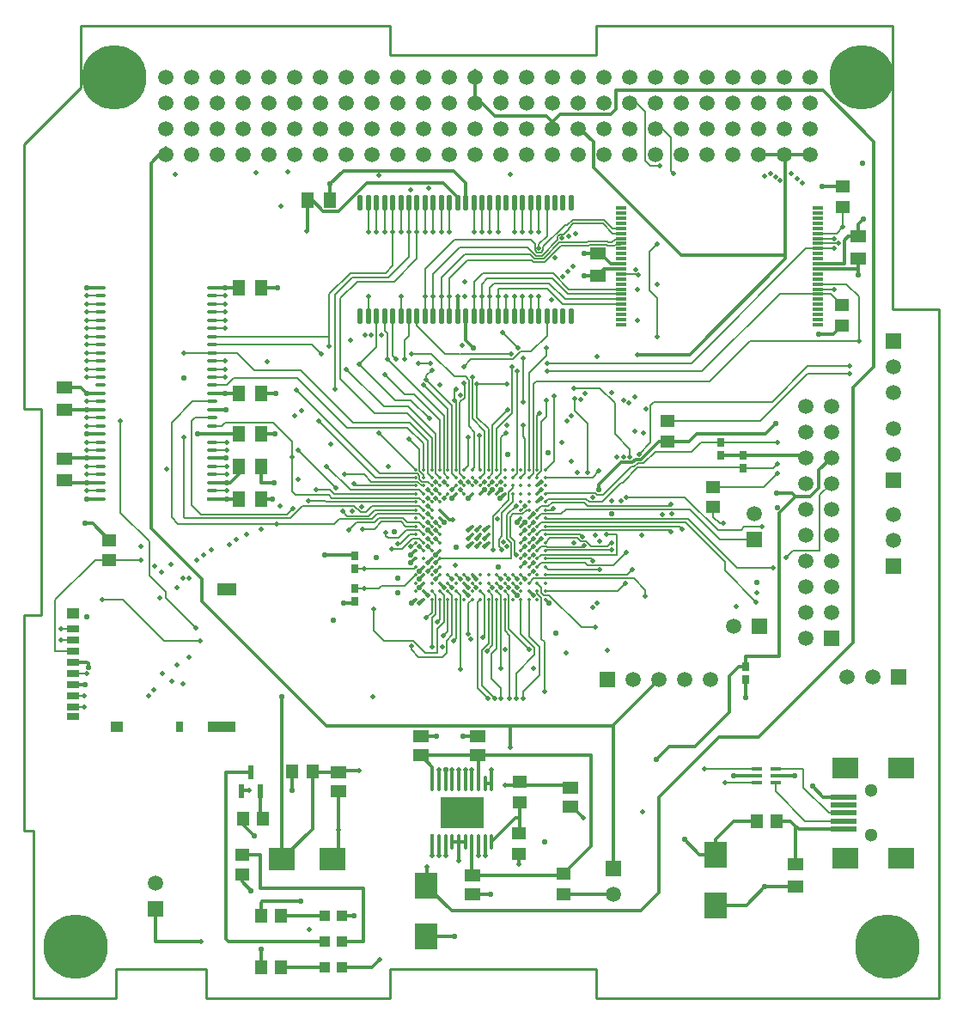
<source format=gtl>
%FSLAX44Y44*%
%MOMM*%
G71*
G01*
G75*
G04 Layer_Physical_Order=1*
G04 Layer_Color=255*
%ADD10R,0.7000X0.9000*%
%ADD11R,1.5000X1.3000*%
%ADD12R,2.2000X2.6000*%
%ADD13R,1.2000X1.5000*%
%ADD14R,1.2000X1.4000*%
%ADD15R,1.4000X1.2000*%
%ADD16R,1.1000X1.0000*%
%ADD17R,2.6000X2.2000*%
%ADD18R,0.3500X1.5500*%
%ADD19O,0.3500X1.5500*%
%ADD20R,4.2000X3.1000*%
%ADD21R,0.6000X1.4000*%
%ADD22O,1.0000X0.4000*%
%ADD23R,1.0000X0.4000*%
%ADD24R,1.9000X1.3000*%
%ADD25R,2.8000X1.0000*%
%ADD26R,0.8000X1.0000*%
%ADD27R,1.2000X1.0000*%
%ADD28R,1.2000X0.7000*%
%ADD29O,0.5500X1.5500*%
%ADD30C,0.3500*%
%ADD31R,1.0000X0.3000*%
%ADD32R,1.0500X0.4000*%
%ADD33R,2.5000X0.5000*%
%ADD34R,2.5000X2.0000*%
%ADD35R,1.5000X1.2000*%
%ADD36C,0.1778*%
%ADD37C,0.3048*%
%ADD38C,0.2540*%
%ADD39R,1.5000X1.5000*%
%ADD40C,1.5000*%
%ADD41R,1.5000X1.5000*%
%ADD42C,6.3500*%
%ADD43C,1.3000*%
%ADD44C,0.5080*%
%ADD45C,0.5588*%
D10*
X316992Y404264D02*
D03*
Y391264D02*
D03*
Y423522D02*
D03*
Y436522D02*
D03*
X701802Y313794D02*
D03*
Y326794D02*
D03*
X699770Y535074D02*
D03*
Y522074D02*
D03*
X677418Y535282D02*
D03*
Y548282D02*
D03*
D11*
X432816Y102260D02*
D03*
Y121260D02*
D03*
X300736Y222860D02*
D03*
Y203860D02*
D03*
X382016Y258420D02*
D03*
Y239420D02*
D03*
X437896Y258420D02*
D03*
Y239420D02*
D03*
X529336Y207620D02*
D03*
Y188620D02*
D03*
D12*
X387096Y61360D02*
D03*
Y111360D02*
D03*
X672338Y141840D02*
D03*
Y91840D02*
D03*
D13*
X270500Y786250D02*
D03*
X292500D02*
D03*
X202614Y556252D02*
D03*
X224614D02*
D03*
X202614Y524000D02*
D03*
X224614D02*
D03*
X202614Y700252D02*
D03*
X224614D02*
D03*
X202614Y596252D02*
D03*
X224614D02*
D03*
X202614Y492252D02*
D03*
X224614D02*
D03*
D14*
X712884Y174498D02*
D03*
X732884D02*
D03*
X224442Y81280D02*
D03*
X244442D02*
D03*
X206662Y177292D02*
D03*
X226662D02*
D03*
X224442Y30988D02*
D03*
X244442D02*
D03*
X275176Y223520D02*
D03*
X255176D02*
D03*
D15*
X796798Y683100D02*
D03*
Y663100D02*
D03*
X625348Y569054D02*
D03*
Y549054D02*
D03*
X478536Y142400D02*
D03*
Y162400D02*
D03*
X479298Y193200D02*
D03*
Y213200D02*
D03*
X205740Y141826D02*
D03*
Y121826D02*
D03*
X670306Y484030D02*
D03*
Y504030D02*
D03*
X797814Y779940D02*
D03*
Y799940D02*
D03*
X522224Y122776D02*
D03*
Y102776D02*
D03*
X74930Y451706D02*
D03*
Y431706D02*
D03*
D16*
X304156Y81280D02*
D03*
X287156D02*
D03*
X304156Y55880D02*
D03*
X287156D02*
D03*
X304156Y30480D02*
D03*
X287156D02*
D03*
D17*
X295256Y137160D02*
D03*
X245256D02*
D03*
D18*
X393406Y154130D02*
D03*
D19*
X399906D02*
D03*
X406406D02*
D03*
X412906D02*
D03*
X419406D02*
D03*
X425906D02*
D03*
X432406D02*
D03*
X438906D02*
D03*
X445406D02*
D03*
X451906D02*
D03*
X393406Y211630D02*
D03*
X399906D02*
D03*
X406406D02*
D03*
X412906D02*
D03*
X419406D02*
D03*
X425906D02*
D03*
X432406D02*
D03*
X438906D02*
D03*
X445406D02*
D03*
X451906D02*
D03*
D20*
X422656Y182880D02*
D03*
D21*
X204876Y203860D02*
D03*
X223876D02*
D03*
X214376Y222860D02*
D03*
D22*
X66422Y700252D02*
D03*
Y692252D02*
D03*
Y684252D02*
D03*
Y676252D02*
D03*
Y668252D02*
D03*
Y660252D02*
D03*
Y652252D02*
D03*
Y644252D02*
D03*
Y636252D02*
D03*
Y628252D02*
D03*
Y620252D02*
D03*
Y612252D02*
D03*
Y604252D02*
D03*
Y596252D02*
D03*
Y588252D02*
D03*
Y580252D02*
D03*
Y572252D02*
D03*
Y564252D02*
D03*
Y556252D02*
D03*
Y548252D02*
D03*
Y540252D02*
D03*
Y532252D02*
D03*
Y524252D02*
D03*
Y516252D02*
D03*
Y508252D02*
D03*
Y500252D02*
D03*
Y492252D02*
D03*
X176022Y700252D02*
D03*
Y692252D02*
D03*
Y684252D02*
D03*
Y676252D02*
D03*
Y668252D02*
D03*
Y660252D02*
D03*
Y652252D02*
D03*
Y644252D02*
D03*
Y636252D02*
D03*
Y628252D02*
D03*
Y620252D02*
D03*
Y612252D02*
D03*
Y604252D02*
D03*
Y596252D02*
D03*
Y588252D02*
D03*
Y580252D02*
D03*
Y572252D02*
D03*
Y564252D02*
D03*
Y556252D02*
D03*
Y548252D02*
D03*
Y540252D02*
D03*
Y532252D02*
D03*
Y524252D02*
D03*
Y516252D02*
D03*
Y508252D02*
D03*
Y500252D02*
D03*
D23*
Y492252D02*
D03*
D24*
X190370Y402982D02*
D03*
D25*
X185870Y267982D02*
D03*
D26*
X144370D02*
D03*
D27*
X39370Y379482D02*
D03*
X82370Y267982D02*
D03*
D28*
X39370Y363982D02*
D03*
Y352982D02*
D03*
Y341982D02*
D03*
Y330982D02*
D03*
Y319982D02*
D03*
Y308982D02*
D03*
Y297982D02*
D03*
Y286982D02*
D03*
Y277482D02*
D03*
D29*
X490212Y784472D02*
D03*
X498212D02*
D03*
X474212D02*
D03*
X482212D02*
D03*
X522212D02*
D03*
X530212D02*
D03*
X506212D02*
D03*
X514212D02*
D03*
X434212D02*
D03*
X442212D02*
D03*
X418212D02*
D03*
X426212D02*
D03*
X458212D02*
D03*
X466212D02*
D03*
X450212D02*
D03*
X530212Y672472D02*
D03*
X514212D02*
D03*
X522212D02*
D03*
X498212D02*
D03*
X506212D02*
D03*
X482212D02*
D03*
X490212D02*
D03*
X442212D02*
D03*
X450212D02*
D03*
X426212D02*
D03*
X434212D02*
D03*
X466212D02*
D03*
X474212D02*
D03*
X458212D02*
D03*
X378212Y784472D02*
D03*
X386212D02*
D03*
X362212D02*
D03*
X370212D02*
D03*
X402212D02*
D03*
X410212D02*
D03*
X394212D02*
D03*
X346212D02*
D03*
X354212D02*
D03*
X330212D02*
D03*
X338212D02*
D03*
X322212D02*
D03*
X410212Y672472D02*
D03*
X418212D02*
D03*
X402212D02*
D03*
X386212D02*
D03*
X394212D02*
D03*
X370212D02*
D03*
X378212D02*
D03*
X354212D02*
D03*
X362212D02*
D03*
X338212D02*
D03*
X346212D02*
D03*
X322212D02*
D03*
X330212D02*
D03*
D30*
X504690Y393200D02*
D03*
X496690D02*
D03*
X488690D02*
D03*
X480690D02*
D03*
X472690D02*
D03*
X464690D02*
D03*
X456690D02*
D03*
X448690D02*
D03*
X440690D02*
D03*
X432690D02*
D03*
X424690D02*
D03*
X416690D02*
D03*
X408690D02*
D03*
X400690D02*
D03*
X392690D02*
D03*
X384690D02*
D03*
X376690D02*
D03*
X504690Y401200D02*
D03*
X496690D02*
D03*
X488690D02*
D03*
X480690D02*
D03*
X472690D02*
D03*
X464690D02*
D03*
X456690D02*
D03*
X448690D02*
D03*
X440690D02*
D03*
X432690D02*
D03*
X424690D02*
D03*
X416690D02*
D03*
X408690D02*
D03*
X400690D02*
D03*
X392690D02*
D03*
X384690D02*
D03*
X376690D02*
D03*
X504690Y409200D02*
D03*
X496690D02*
D03*
X488690D02*
D03*
X480690D02*
D03*
X472690D02*
D03*
X464690D02*
D03*
X456690D02*
D03*
X448690D02*
D03*
X440690D02*
D03*
X432690D02*
D03*
X424690D02*
D03*
X416690D02*
D03*
X408690D02*
D03*
X400690D02*
D03*
X392690D02*
D03*
X384690D02*
D03*
X376690D02*
D03*
X504690Y417200D02*
D03*
X496690D02*
D03*
X488690D02*
D03*
X480690D02*
D03*
X472690D02*
D03*
X464690D02*
D03*
X456690D02*
D03*
X448690D02*
D03*
X440690D02*
D03*
X432690D02*
D03*
X424690D02*
D03*
X416690D02*
D03*
X408690D02*
D03*
X400690D02*
D03*
X392690D02*
D03*
X384690D02*
D03*
X376690D02*
D03*
X504690Y425200D02*
D03*
X496690D02*
D03*
X488690D02*
D03*
X480690D02*
D03*
X400690D02*
D03*
X392690D02*
D03*
X384690D02*
D03*
X376690D02*
D03*
X504690Y433200D02*
D03*
X496690D02*
D03*
X488690D02*
D03*
X480690D02*
D03*
X400690D02*
D03*
X392690D02*
D03*
X384690D02*
D03*
X376690D02*
D03*
X504690Y441200D02*
D03*
X496690D02*
D03*
X488690D02*
D03*
X480690D02*
D03*
X400690D02*
D03*
X392690D02*
D03*
X384690D02*
D03*
X376690D02*
D03*
X504690Y449200D02*
D03*
X496690D02*
D03*
X488690D02*
D03*
X480690D02*
D03*
X448690D02*
D03*
X440690D02*
D03*
X432690D02*
D03*
X400690D02*
D03*
X392690D02*
D03*
X384690D02*
D03*
X376690D02*
D03*
X504690Y457200D02*
D03*
X496690D02*
D03*
X488690D02*
D03*
X480690D02*
D03*
X448690D02*
D03*
X440690D02*
D03*
X432690D02*
D03*
X400690D02*
D03*
X392690D02*
D03*
X384690D02*
D03*
X376690D02*
D03*
X504690Y465200D02*
D03*
X496690D02*
D03*
X488690D02*
D03*
X480690D02*
D03*
X448690D02*
D03*
X440690D02*
D03*
X432690D02*
D03*
X400690D02*
D03*
X392690D02*
D03*
X384690D02*
D03*
X376690D02*
D03*
X504690Y473200D02*
D03*
X496690D02*
D03*
X488690D02*
D03*
X480690D02*
D03*
X400690D02*
D03*
X392690D02*
D03*
X384690D02*
D03*
X376690D02*
D03*
X504690Y481200D02*
D03*
X496690D02*
D03*
X488690D02*
D03*
X480690D02*
D03*
X400690D02*
D03*
X392690D02*
D03*
X384690D02*
D03*
X376690D02*
D03*
X504690Y489200D02*
D03*
X496690D02*
D03*
X488690D02*
D03*
X480690D02*
D03*
X400690D02*
D03*
X392690D02*
D03*
X384690D02*
D03*
X376690D02*
D03*
X504690Y497200D02*
D03*
X496690D02*
D03*
X488690D02*
D03*
X480690D02*
D03*
X472690D02*
D03*
X464690D02*
D03*
X456690D02*
D03*
X448690D02*
D03*
X440690D02*
D03*
X432690D02*
D03*
X424690D02*
D03*
X416690D02*
D03*
X408690D02*
D03*
X400690D02*
D03*
X392690D02*
D03*
X384690D02*
D03*
X376690D02*
D03*
X504690Y505200D02*
D03*
X496690D02*
D03*
X488690D02*
D03*
X480690D02*
D03*
X472690D02*
D03*
X464690D02*
D03*
X456690D02*
D03*
X448690D02*
D03*
X440690D02*
D03*
X432690D02*
D03*
X424690D02*
D03*
X416690D02*
D03*
X408690D02*
D03*
X400690D02*
D03*
X392690D02*
D03*
X384690D02*
D03*
X376690D02*
D03*
X504690Y513200D02*
D03*
X496690D02*
D03*
X488690D02*
D03*
X480690D02*
D03*
X472690D02*
D03*
X464690D02*
D03*
X456690D02*
D03*
X448690D02*
D03*
X440690D02*
D03*
X432690D02*
D03*
X424690D02*
D03*
X416690D02*
D03*
X408690D02*
D03*
X400690D02*
D03*
X392690D02*
D03*
X384690D02*
D03*
X376690D02*
D03*
X504690Y521200D02*
D03*
X496690D02*
D03*
X488690D02*
D03*
X480690D02*
D03*
X472690D02*
D03*
X464690D02*
D03*
X456690D02*
D03*
X448690D02*
D03*
X440690D02*
D03*
X432690D02*
D03*
X424690D02*
D03*
X416690D02*
D03*
X408690D02*
D03*
X400690D02*
D03*
X392690D02*
D03*
X384690D02*
D03*
X376690D02*
D03*
D31*
X773160Y778956D02*
D03*
Y773956D02*
D03*
Y768956D02*
D03*
Y763956D02*
D03*
Y758956D02*
D03*
Y753956D02*
D03*
Y748956D02*
D03*
Y743956D02*
D03*
Y738956D02*
D03*
Y733956D02*
D03*
Y728956D02*
D03*
Y723956D02*
D03*
Y718956D02*
D03*
Y713956D02*
D03*
Y708956D02*
D03*
Y703956D02*
D03*
Y698956D02*
D03*
Y693956D02*
D03*
Y688956D02*
D03*
Y683956D02*
D03*
Y678956D02*
D03*
Y673956D02*
D03*
Y668956D02*
D03*
Y663956D02*
D03*
X579160Y778956D02*
D03*
Y773956D02*
D03*
Y768956D02*
D03*
Y763956D02*
D03*
Y758956D02*
D03*
Y753956D02*
D03*
Y748956D02*
D03*
Y743956D02*
D03*
Y738956D02*
D03*
Y733956D02*
D03*
Y728956D02*
D03*
Y723956D02*
D03*
Y718956D02*
D03*
Y713956D02*
D03*
Y708956D02*
D03*
Y703956D02*
D03*
Y698956D02*
D03*
Y693956D02*
D03*
Y688956D02*
D03*
Y683956D02*
D03*
Y678956D02*
D03*
Y673956D02*
D03*
Y668956D02*
D03*
Y663956D02*
D03*
D32*
X731478Y212806D02*
D03*
Y225806D02*
D03*
Y219306D02*
D03*
X712978D02*
D03*
Y225806D02*
D03*
Y212806D02*
D03*
D33*
X798592Y166624D02*
D03*
Y174624D02*
D03*
Y182624D02*
D03*
Y190624D02*
D03*
Y198624D02*
D03*
D34*
X800592Y138124D02*
D03*
Y227124D02*
D03*
X855592D02*
D03*
Y138124D02*
D03*
D35*
X751586Y132158D02*
D03*
Y110158D02*
D03*
X30734Y532208D02*
D03*
Y510208D02*
D03*
Y580312D02*
D03*
Y602312D02*
D03*
X813308Y751410D02*
D03*
Y729410D02*
D03*
X556260Y712392D02*
D03*
Y734392D02*
D03*
D36*
X591747Y413750D02*
X602996Y402501D01*
X493240Y413750D02*
X591747D01*
X488690Y409200D02*
X493240Y413750D01*
X415166Y599186D02*
X416520Y600540D01*
X391519Y625780D02*
X391592D01*
X391922Y626110D01*
X416520Y600529D02*
Y600540D01*
X424521Y606030D02*
X424928D01*
X424942Y606044D01*
X426323Y612791D02*
X428117Y610997D01*
Y610702D02*
Y610997D01*
Y610702D02*
X429451Y609368D01*
Y563563D02*
Y609368D01*
X346212Y755000D02*
Y784472D01*
X338212Y755000D02*
Y784472D01*
X378212Y755000D02*
Y784472D01*
X370212Y755000D02*
Y784472D01*
X330212Y755000D02*
Y784472D01*
X362212Y755000D02*
Y784472D01*
X354212Y755000D02*
Y784472D01*
X596265Y713326D02*
Y713537D01*
X595846Y713956D02*
X596265Y713537D01*
X522678Y753191D02*
X527509Y758021D01*
X519514Y753191D02*
X522678D01*
X518607Y744809D02*
X545813D01*
X519869Y741761D02*
X547076D01*
X504024Y725915D02*
X519869Y741761D01*
X526246Y762127D02*
X531619Y767500D01*
X524127Y762127D02*
X526246D01*
X502691Y740691D02*
X524127Y762127D01*
X531930Y763500D02*
X561456D01*
X527509Y759079D02*
X531930Y763500D01*
X527509Y758021D02*
Y759079D01*
X437388Y605536D02*
X466852D01*
X504690Y425200D02*
X507488Y422402D01*
X319024Y706374D02*
X355600D01*
X314198Y710438D02*
X350012D01*
X354212Y633594D02*
Y669036D01*
X88011Y393192D02*
X128778Y352425D01*
X164846D01*
X68326Y393192D02*
X88011D01*
X505198Y441708D02*
X570230Y441706D01*
X494030Y338582D02*
Y345440D01*
X475996Y320548D02*
X494030Y338582D01*
X475996Y295910D02*
Y320548D01*
X676656Y468122D02*
X680212D01*
X670306Y474472D02*
X676656Y468122D01*
X325882Y404264D02*
X340764D01*
X316992D02*
X325882D01*
X387350Y374904D02*
X392690Y380244D01*
X340764Y404264D02*
X342900Y406400D01*
X325882Y423522D02*
X375012D01*
X316992D02*
X325882D01*
X375012D02*
X376690Y425200D01*
X644839Y490915D02*
X644906Y490982D01*
X627193Y485267D02*
X628650Y486724D01*
X546354Y485267D02*
X627193D01*
X589349Y524002D02*
X592328D01*
X596011Y527685D01*
X561848Y496501D02*
X589349Y524002D01*
X573278Y556006D02*
X588010Y541274D01*
X573278Y556006D02*
Y586486D01*
X588010Y533908D02*
Y541274D01*
X649074Y538988D02*
X658368Y548282D01*
X612902Y538988D02*
X649074D01*
X601599Y527685D02*
X612902Y538988D01*
X596011Y527685D02*
X601599D01*
X625348Y569054D02*
X716882D01*
X763270Y615442D01*
X611378Y588010D02*
X728218D01*
X608076Y547624D02*
Y584708D01*
X596900Y536448D02*
X608076Y547624D01*
Y584708D02*
X611378Y588010D01*
X697484Y461264D02*
X700786Y464566D01*
X717804D01*
X674624Y461264D02*
X697484D01*
X670306Y474472D02*
Y484030D01*
X627634Y461264D02*
X628650Y460248D01*
X500754Y461264D02*
X627634D01*
X480817Y481200D02*
X484817Y485200D01*
X480690Y481200D02*
X480817D01*
X510918D02*
X512188Y482470D01*
X504690Y481200D02*
X510918D01*
X542671Y488950D02*
X546354Y485267D01*
X507806Y485200D02*
X511556Y488950D01*
X542671D01*
X500690Y485200D02*
X507806D01*
X547878Y489200D02*
X560320D01*
X544826Y492252D02*
X547878Y489200D01*
X507742Y492252D02*
X544826D01*
X504690Y489200D02*
X507742Y492252D01*
X505323Y472567D02*
X645287D01*
X504690Y473200D02*
X505323Y472567D01*
X647446Y482219D02*
X677037Y452628D01*
X525145Y482219D02*
X647446D01*
X677037Y452628D02*
X710438D01*
X693674Y424180D02*
X729234D01*
X786384Y693514D02*
X796798Y683100D01*
X786384Y693514D02*
Y693956D01*
X813816Y647954D02*
Y691746D01*
X706120Y647954D02*
X813816D01*
X666242Y608076D02*
X706120Y647954D01*
X474153Y438977D02*
X475742Y437388D01*
X474153Y438977D02*
Y450335D01*
X470154Y454333D02*
X474153Y450335D01*
X470154Y454333D02*
Y474472D01*
X472973Y477291D01*
X467106Y453071D02*
X471105Y449072D01*
Y433643D02*
Y449072D01*
X467106Y453071D02*
Y476504D01*
X472973Y477291D02*
X482309D01*
X486218Y481200D01*
X488690D01*
Y481200D02*
Y481324D01*
X801606Y703956D02*
X813816Y691746D01*
X772160Y703956D02*
X801606D01*
X772160Y693956D02*
X786384D01*
X735104D02*
X772160D01*
X452628Y565150D02*
X467614Y580136D01*
X452628Y517138D02*
Y565150D01*
X599059Y465201D02*
X636651D01*
X558546Y601218D02*
X573278Y586486D01*
X532638Y601218D02*
X558546D01*
X495300Y608076D02*
X666242D01*
X492760Y605536D02*
X495300Y608076D01*
X496690Y574548D02*
X498722Y576580D01*
X496690Y521200D02*
Y574548D01*
X165100Y476758D02*
X249682D01*
X448690Y350138D02*
Y393200D01*
X441960Y343408D02*
X448690Y350138D01*
X441960Y308610D02*
Y343408D01*
X442976Y355346D02*
X444754Y357124D01*
X467106Y476504D02*
X475996Y485394D01*
X470662Y433200D02*
X471105Y433643D01*
X400690Y433200D02*
X470662D01*
X397896Y371094D02*
X400690Y373888D01*
X588010Y889000D02*
X603250Y873760D01*
X602996Y396748D02*
Y402501D01*
X503682Y302006D02*
Y351212D01*
X500599Y354295D02*
X503682Y351212D01*
X480690Y358780D02*
X494030Y345440D01*
X403860Y357124D02*
X408690Y361954D01*
X404622Y370840D02*
Y397268D01*
X398018Y364236D02*
X404622Y370840D01*
X398018Y340360D02*
Y364236D01*
X461010Y295910D02*
Y305562D01*
X451485Y315087D02*
X461010Y305562D01*
X451485Y315087D02*
Y339810D01*
X456690Y345015D01*
X460756Y325628D02*
Y397134D01*
X504690Y465200D02*
X598804D01*
X447294Y342392D02*
X452628Y347726D01*
Y397262D01*
X565784Y445516D02*
X569468Y449200D01*
X549487Y445516D02*
X565784D01*
X533400Y579374D02*
Y591312D01*
Y579374D02*
X546608Y566166D01*
Y518414D02*
Y566166D01*
X538988Y457200D02*
X541020Y455168D01*
X504690Y457200D02*
X538988D01*
X544534Y450469D02*
X549487Y445516D01*
X468781Y363982D02*
X488847Y343916D01*
X492760Y517270D02*
Y605536D01*
X460756Y552704D02*
X465582Y557530D01*
X464820D02*
X465582D01*
X456690Y561846D02*
X471805Y576961D01*
X456690Y521200D02*
Y561846D01*
X460756Y517266D02*
Y552704D01*
X549526Y433200D02*
X551434Y431292D01*
X504690Y433200D02*
X549526D01*
X500599Y429109D02*
X544068D01*
X546584Y426593D01*
X507488Y422402D02*
X558038D01*
X504690Y417200D02*
X585348D01*
X590550Y422402D01*
X575056Y456946D02*
X575107Y456895D01*
X564642Y456946D02*
X575056D01*
X575107Y437291D02*
Y456895D01*
X500781Y437291D02*
X575107D01*
X496690Y425200D02*
X500599Y429109D01*
X396599Y378460D02*
Y397291D01*
X392690Y380244D02*
Y393200D01*
X480690Y358780D02*
Y393200D01*
X500599Y354295D02*
Y394819D01*
X551180Y513200D02*
X557530Y519550D01*
X613410Y863600D02*
X628650Y848360D01*
X326136Y516252D02*
X333279Y509109D01*
X306578Y516252D02*
X326136D01*
X333279Y509109D02*
X378942D01*
X281010Y569214D02*
X337024Y513200D01*
X280924Y569214D02*
X281010D01*
X512233Y714502D02*
X527779Y698956D01*
X442722Y714502D02*
X512233D01*
X434212Y705992D02*
X442722Y714502D01*
X434212Y691896D02*
Y705992D01*
X442212Y704086D02*
X447548Y709422D01*
X442212Y691896D02*
Y704086D01*
X511330Y709422D02*
X526796Y693956D01*
X447548Y709422D02*
X511330D01*
X378212Y662680D02*
X405384Y635508D01*
X378212Y662680D02*
Y672472D01*
X506626Y617982D02*
X659280D01*
X761816Y738956D02*
X788924D01*
X648970Y626110D02*
X761816Y738956D01*
X506222Y626110D02*
X648970D01*
X471805Y576961D02*
Y622046D01*
X346964Y715010D02*
X354212Y722258D01*
X312420Y715010D02*
X346964D01*
X291846Y694436D02*
X312420Y715010D01*
X297688Y693928D02*
X314198Y710438D01*
X297688Y600202D02*
Y693928D01*
X371125Y567405D02*
X388620Y549910D01*
X315245Y567405D02*
X371125D01*
X263398Y619252D02*
X315245Y567405D01*
X308910Y562550D02*
X368931D01*
X384690Y546791D01*
X260336Y611124D02*
X308910Y562550D01*
X370078Y551434D02*
X380781Y540731D01*
Y519581D02*
Y540731D01*
X302768Y690118D02*
X319024Y706374D01*
X302768Y610362D02*
Y690118D01*
Y610362D02*
X336550Y576580D01*
X368554D01*
X432690Y513200D02*
X436690Y509200D01*
X434848Y523358D02*
Y558166D01*
X432690Y521200D02*
X434848Y523358D01*
X442212Y672472D02*
Y691896D01*
X434212Y672472D02*
Y691896D01*
X410212Y672472D02*
Y691896D01*
X402212Y672472D02*
Y691896D01*
X394212Y672472D02*
Y691896D01*
X338212Y641742D02*
Y672472D01*
X386212D02*
Y691896D01*
X362212Y672472D02*
Y691896D01*
X402212Y755000D02*
Y784472D01*
X394212Y755000D02*
Y784472D01*
X386212Y755000D02*
Y784472D01*
X439420Y522470D02*
X440690Y521200D01*
X439420Y522470D02*
Y554990D01*
X496690Y457200D02*
X500754Y461264D01*
X259207Y599567D02*
X341731Y517043D01*
X52578Y692252D02*
X66422D01*
X52578Y684252D02*
X66422D01*
X52578Y676252D02*
X66422D01*
X52578Y668252D02*
X66422D01*
X52578Y660252D02*
X66422D01*
X52578Y652252D02*
X66422D01*
X52578Y644252D02*
X66422D01*
X52578Y636252D02*
X66422D01*
X255270Y499364D02*
X258318Y496316D01*
X176022Y628252D02*
X188722D01*
X176022Y620252D02*
X188722D01*
X176022Y612252D02*
X188722D01*
X384690Y521200D02*
Y546791D01*
X396781Y517109D02*
Y555973D01*
X176022Y684252D02*
X188722D01*
X176022Y676252D02*
X188722D01*
X176022Y668252D02*
X188722D01*
X176022Y660252D02*
X188722D01*
X176022Y652252D02*
X291572D01*
X176022Y644252D02*
X274974D01*
X388690Y509200D02*
X392690Y505200D01*
X383162Y509200D02*
X388690D01*
X380599Y511763D02*
Y514819D01*
X378309Y517109D02*
X380599Y514819D01*
X375071Y517109D02*
X378309D01*
X375005Y517043D02*
X375071Y517109D01*
X341731Y517043D02*
X375005D01*
X380599Y511763D02*
X383162Y509200D01*
X337446Y513200D02*
X376690D01*
X396690Y501200D02*
X400690Y497200D01*
X388620Y517270D02*
X392690Y513200D01*
X382851Y505200D02*
X384690D01*
X378942Y509109D02*
X382851Y505200D01*
X392690Y521200D02*
Y552444D01*
X396781Y517109D02*
X400690Y513200D01*
X396690Y509200D02*
X400690Y505200D01*
X404781Y517109D02*
X408690Y513200D01*
X404781Y517109D02*
Y574548D01*
X404690Y509200D02*
X408690Y505200D01*
X412781Y517109D02*
X416690Y513200D01*
X416690Y505200D02*
X416690D01*
X424690D02*
X424690D01*
X420690Y509200D02*
X424690Y505200D01*
X424690Y497200D02*
X424690D01*
X420690Y501200D02*
X424690Y497200D01*
X428690Y509200D02*
X432690Y505200D01*
X318014D02*
X376690D01*
X296926Y497200D02*
X376690D01*
X388690Y501200D02*
X392690Y497200D01*
X380622Y493268D02*
X384690Y489200D01*
X392690D02*
Y489200D01*
X388690Y493200D02*
X392690Y489200D01*
X400690Y489200D02*
Y489200D01*
X396690Y493200D02*
X400690Y489200D01*
X380750Y485140D02*
X384690Y481200D01*
X392690D02*
Y481200D01*
X388690Y485200D02*
X392690Y481200D01*
X380624Y477266D02*
X384690Y473200D01*
X380626Y461264D02*
X384690Y457200D01*
X388690Y477200D02*
X392690Y473200D01*
X388690Y469200D02*
X392690Y465200D01*
X400690D02*
Y465200D01*
X396690Y469200D02*
X400690Y465200D01*
Y457200D02*
Y457200D01*
X396690Y461200D02*
X400690Y457200D01*
X504690Y513200D02*
X551180D01*
X496690D02*
Y515672D01*
X500599Y519581D01*
Y567944D01*
X488690Y513200D02*
X492760Y517270D01*
X480690Y513200D02*
X484632Y517142D01*
Y551688D01*
X472690Y513200D02*
X476758Y517268D01*
X456690Y513200D02*
X460756Y517266D01*
X448690Y513200D02*
X452628Y517138D01*
X440690Y513200D02*
X444754Y517264D01*
X480690Y505200D02*
X480690D01*
X464690D02*
X464690D01*
X456690D02*
X456690D01*
X460690Y509200D01*
X448690Y505200D02*
X448690D01*
X452690Y509200D01*
X440690Y505200D02*
X440690D01*
X444690Y509200D01*
X396690Y413200D02*
X400690Y417200D01*
X392690Y401200D02*
X396599Y397291D01*
X400690Y373888D02*
Y393200D01*
Y401200D02*
X404622Y397268D01*
X408690Y361954D02*
Y393200D01*
Y401200D02*
X412750Y397140D01*
X408690Y409200D02*
X412690Y405200D01*
X408690Y417200D02*
X408690D01*
X412690Y413200D01*
X388690Y421200D02*
X392690Y425200D01*
X380754Y453136D02*
X384690Y449200D01*
X388690Y453200D02*
X392690Y449200D01*
X396690Y453200D02*
X400690Y449200D01*
Y433200D02*
Y433200D01*
X396690Y429200D02*
X400690Y433200D01*
X388690Y445200D02*
X392690Y441200D01*
X396690Y421200D02*
X400690Y425200D01*
X416690Y354841D02*
Y393200D01*
Y401200D02*
X420624Y397266D01*
Y324612D02*
Y397266D01*
X416690Y409200D02*
X416690D01*
X416690Y417200D02*
X420690Y413200D01*
X424690Y417200D02*
X424690D01*
X428690Y413200D01*
X432690Y409200D02*
X432690D01*
X436690Y405200D01*
X440690Y401200D02*
X444754Y397136D01*
Y357124D02*
Y397136D01*
X448690Y401200D02*
X452628Y397262D01*
X448690Y409200D02*
X448690D01*
X452690Y405200D01*
X496690Y398728D02*
Y401200D01*
Y398728D02*
X500599Y394819D01*
X480690Y417200D02*
X484690Y413200D01*
X472690Y409200D02*
X472690D01*
X472690Y417200D02*
X472690D01*
X456690Y345015D02*
Y393200D01*
Y417200D02*
X460690Y413200D01*
X456690Y401200D02*
X460756Y397134D01*
X456690Y409200D02*
X456690D01*
X460690Y405200D01*
X464690Y417200D02*
X468690Y413200D01*
X464690Y401200D02*
X468781Y397109D01*
Y363982D02*
Y397109D01*
X464690Y409200D02*
X468690Y405200D01*
X480690Y409200D02*
X480690D01*
X472690D02*
X476690Y405200D01*
X472690Y417200D02*
X476690Y413200D01*
X496690Y481200D02*
X500690Y485200D01*
X480690Y481200D02*
Y481200D01*
X496690Y473200D02*
X500756Y477266D01*
X496690Y465200D02*
X500628Y469138D01*
X488690Y465200D02*
X492690Y469200D01*
X488690Y417200D02*
Y417200D01*
Y425200D02*
X492690Y429200D01*
X480690Y425200D02*
X484690Y429200D01*
X496690Y433200D02*
X500781Y437291D01*
X488690Y433200D02*
X492690Y437200D01*
X480690Y433200D02*
Y433200D01*
X484690Y437200D01*
X496690Y441200D02*
X500690Y445200D01*
X488690Y441200D02*
Y441200D01*
X492690Y445200D01*
X480690Y441200D02*
Y441200D01*
X484690Y445200D01*
X480690Y457200D02*
X484690Y461200D01*
X488690Y457200D02*
Y457200D01*
X492690Y461200D01*
X488690Y449200D02*
X492690Y453200D01*
X480690Y449200D02*
Y449200D01*
X484690Y453200D01*
X52578Y500252D02*
X66422D01*
X52578Y516252D02*
X66422D01*
X52578Y524252D02*
X66422D01*
X52578Y540252D02*
X66422D01*
X52578Y548252D02*
X66422D01*
X52578Y564252D02*
X66422D01*
X52578Y572252D02*
X66422D01*
X380752Y469138D02*
X384690Y465200D01*
X176022Y500252D02*
X190500D01*
X176022Y516252D02*
X190500D01*
X176022Y524252D02*
X190500D01*
X176022Y540252D02*
X190500D01*
X176022Y548252D02*
X190500D01*
X289310Y524252D02*
X312453Y501109D01*
X261360Y540252D02*
X298470Y503193D01*
X52578Y588252D02*
X66422D01*
X52578Y612252D02*
X66422D01*
X52578Y620252D02*
X66422D01*
X52578Y628252D02*
X66422D01*
X278384Y501650D02*
X292476D01*
X296926Y497200D01*
X294386Y493268D02*
X380622D01*
X291338Y496316D02*
X294386Y493268D01*
X258318Y496316D02*
X291338D01*
X159268Y572252D02*
X176022D01*
X155702Y568686D02*
X159268Y572252D01*
X155702Y486156D02*
Y568686D01*
X157214Y588252D02*
X176022D01*
X380781Y519581D02*
X384690Y515672D01*
Y513200D02*
Y515672D01*
X388620Y517270D02*
Y549910D01*
X400690Y521200D02*
Y569976D01*
X308610Y620014D02*
X345372Y583252D01*
X369502D02*
X396781Y555973D01*
X345372Y583252D02*
X369502D01*
X321310Y624840D02*
X356763Y589387D01*
X372257D01*
X390144Y571500D01*
X366075Y595315D02*
X375351D01*
X400690Y569976D01*
X408690Y521200D02*
Y580640D01*
X384810Y604520D02*
X408690Y580640D01*
X412781Y517109D02*
Y584169D01*
X387350Y609600D02*
X412781Y584169D01*
X175140Y564252D02*
X176022D01*
X778256Y698956D02*
X788924Y698956D01*
X778256Y743956D02*
X793242D01*
X778256Y748956D02*
X788924D01*
X476758Y517268D02*
Y617982D01*
X437388Y572388D02*
X448690Y561086D01*
Y521200D02*
Y561086D01*
X39370Y319982D02*
X52578D01*
X429451Y563563D02*
X434848Y558166D01*
X444754Y517264D02*
Y559308D01*
X432816Y571246D02*
X444754Y559308D01*
X432816Y571246D02*
Y612648D01*
X340614Y557276D02*
X376690Y521200D01*
X368554Y576580D02*
X392690Y552444D01*
X498212Y672472D02*
Y691896D01*
X482212Y672472D02*
Y691896D01*
X474212Y672472D02*
Y691896D01*
X466212Y672472D02*
Y691896D01*
X410212Y755000D02*
Y784472D01*
X442212Y755000D02*
Y784472D01*
X458212Y755000D02*
Y784472D01*
X474212Y755000D02*
Y784472D01*
X482212Y754750D02*
Y784472D01*
X490212Y755000D02*
Y784472D01*
X498212Y755000D02*
Y784472D01*
X506212Y652770D02*
Y672472D01*
X365760Y648716D02*
X370212Y653168D01*
Y672472D01*
X346710Y614680D02*
X366075Y595315D01*
X387350Y609600D02*
Y613918D01*
X392805Y619373D01*
X321310Y624840D02*
X338212Y641742D01*
X437388Y572388D02*
Y605536D01*
X354212Y633594D02*
X357378Y630428D01*
X420599Y517291D02*
X424690Y513200D01*
X482600Y587502D02*
Y631190D01*
X659280Y617982D02*
X735104Y693806D01*
Y693956D01*
X420878Y635508D02*
X470916D01*
X372364Y635254D02*
X392430D01*
X414893Y612791D01*
X426323D01*
X405384Y635508D02*
X420370D01*
X504690Y521200D02*
X513080Y529590D01*
Y593344D01*
X490857Y637415D02*
X506212Y652770D01*
X480189Y637415D02*
X490857D01*
X488690Y521200D02*
Y616452D01*
X462788Y656336D02*
X478028Y641096D01*
X505714Y633547D02*
Y641096D01*
X488690Y616452D02*
X505749Y633511D01*
X580160Y713956D02*
X595846D01*
X379222Y626110D02*
X391922D01*
X149606Y473456D02*
X252984D01*
X265176Y485648D01*
X255270Y499364D02*
Y533400D01*
X508616Y704342D02*
X524002Y688956D01*
X454152Y704342D02*
X508616D01*
X450212Y672472D02*
Y691896D01*
Y700402D02*
X454152Y704342D01*
X450212Y691896D02*
Y700402D01*
X249682Y476758D02*
X255778Y482854D01*
X155702Y486156D02*
X165100Y476758D01*
X506730Y699262D02*
X522036Y683956D01*
X458212Y699262D02*
X506730D01*
X458212Y691896D02*
Y699262D01*
Y672472D02*
Y691896D01*
X142494Y467868D02*
X239522D01*
X176022Y692252D02*
X188722D01*
X291846Y642589D02*
Y694436D01*
X274974Y644252D02*
X283972Y635254D01*
X410212Y691896D02*
Y709548D01*
X427864Y727200D01*
X402212Y691896D02*
Y710184D01*
X425456Y733428D01*
X394212Y691896D02*
Y714248D01*
X420124Y740160D01*
X386212Y691896D02*
Y718820D01*
X414782Y747390D01*
X482600Y553720D02*
X484632Y551688D01*
X482600Y553720D02*
Y564642D01*
X500599Y567944D02*
X505968Y573313D01*
X504690Y401200D02*
X575952D01*
X583692Y408940D01*
X496690Y409200D02*
X500781Y405109D01*
Y399581D02*
Y405109D01*
Y399581D02*
X503071Y397291D01*
X508599D01*
X540130Y365760D01*
X85852Y478432D02*
Y568960D01*
X130810Y394716D02*
X160528Y364998D01*
X407289Y352552D02*
X412750Y358013D01*
Y397140D01*
X392938Y346710D02*
Y374799D01*
X396599Y378460D01*
X407289Y340741D02*
Y352552D01*
X403098Y336550D02*
X407289Y340741D01*
X379730Y336550D02*
X403098D01*
X372618Y343662D02*
X379730Y336550D01*
X372618Y343662D02*
Y347218D01*
X386588Y340360D02*
X398018D01*
X414274Y352425D02*
X416690Y354841D01*
X136398Y473964D02*
X142494Y467868D01*
X136398Y473964D02*
Y567436D01*
X157214Y588252D01*
X499103Y318255D02*
Y346209D01*
X488690Y356622D02*
Y393200D01*
Y356622D02*
X499103Y346209D01*
X540130Y365760D02*
X553720D01*
X255270Y533400D02*
Y548894D01*
X424053Y622681D02*
X431419Y630047D01*
X472821D02*
X480189Y637415D01*
X431419Y630047D02*
X472821D01*
X416690Y521200D02*
Y588010D01*
X415166Y589534D02*
X416690Y588010D01*
X415166Y589534D02*
Y599186D01*
X505968Y573313D02*
Y589788D01*
X614934Y651764D02*
Y690118D01*
X607568Y697484D02*
X614934Y690118D01*
X607568Y697484D02*
Y735838D01*
X614934Y743204D01*
X636651Y465201D02*
X639572Y462280D01*
X509134Y453644D02*
X536067D01*
X504690Y449200D02*
X509134Y453644D01*
X539242Y450469D02*
X544534D01*
X536067Y453644D02*
X539242Y450469D01*
X506537Y444881D02*
X541401D01*
X542798Y446278D01*
X500690Y445200D02*
X506218D01*
X506537Y444881D01*
X628650Y815086D02*
Y848360D01*
Y815086D02*
X630936Y812800D01*
X731478Y225806D02*
X759204D01*
X681736Y212806D02*
X712978D01*
X681736Y225806D02*
X712978D01*
X472690Y489200D02*
Y497200D01*
X461772Y455507D02*
Y478282D01*
X472690Y489200D01*
Y502728D02*
Y505200D01*
X468781Y498819D02*
X472690Y502728D01*
X468781Y490879D02*
Y498819D01*
X452882Y474980D02*
X468781Y490879D01*
X458851Y445135D02*
X462026Y441960D01*
X458851Y452586D02*
X461772Y455507D01*
X458851Y445135D02*
Y452586D01*
X452882Y441960D02*
Y474980D01*
X661162Y225806D02*
X681736D01*
X288548Y489200D02*
X376690D01*
X287528Y490220D02*
X288548Y489200D01*
X271018Y490220D02*
X287528D01*
X311150Y461518D02*
X318770Y469138D01*
X338836Y477266D02*
X380624D01*
X336166Y481200D02*
X376690D01*
X305054Y480060D02*
X309626Y475488D01*
X316230Y485648D02*
X322834Y479044D01*
X265176Y485648D02*
X316230D01*
X333756Y485140D02*
X380750D01*
X500756Y477266D02*
X520192D01*
X428498Y525008D02*
Y552958D01*
X424690Y521200D02*
X428498Y525008D01*
X412690Y501200D02*
X416690Y505200D01*
Y505200D01*
X490212Y672472D02*
Y691896D01*
X404690Y493200D02*
X408690Y497200D01*
Y497200D01*
X522036Y683956D02*
X580160D01*
X527779Y698956D02*
X580160D01*
X526796Y693956D02*
X580160D01*
X346212Y658368D02*
Y672472D01*
Y658368D02*
X349250Y655330D01*
Y630079D02*
X404781Y574548D01*
X349250Y630079D02*
Y655330D01*
X524002Y688956D02*
X580160D01*
X365760Y629666D02*
Y648716D01*
X380781Y501109D02*
X384690Y497200D01*
X312453Y501109D02*
X380781D01*
X429006Y359156D02*
Y389516D01*
X432690Y393200D01*
X482854Y295910D02*
Y302006D01*
X499103Y318255D01*
X469519Y295910D02*
Y357375D01*
X464690Y362204D02*
Y393200D01*
Y362204D02*
X469519Y357375D01*
X500628Y469138D02*
X642874D01*
X681482Y430530D01*
Y421386D02*
Y430530D01*
Y421386D02*
X712216Y390652D01*
X645287Y472567D02*
X693674Y424180D01*
X742188Y434340D02*
X749046Y441198D01*
X774700D01*
X775208Y441706D01*
Y496062D01*
X786384Y507238D01*
X763270Y615442D02*
X804418D01*
X505457Y497967D02*
X554118D01*
X555584Y496501D01*
X520192Y477266D02*
X525145Y482219D01*
X555584Y496501D02*
X561848D01*
X560320Y489200D02*
X579374Y508254D01*
X580891D01*
X698604Y523240D02*
X699770Y522074D01*
X580891Y508254D02*
X595877Y523240D01*
X698604D01*
X677418Y548282D02*
X733552D01*
X784100Y182624D02*
X799592D01*
X759204Y207520D02*
X784100Y182624D01*
X759204Y207520D02*
Y225806D01*
X658368Y548282D02*
X677418D01*
X176022Y564252D02*
X185792D01*
X189230Y567690D01*
X236474D01*
X255270Y548894D01*
X200678Y636252D02*
X217678Y619252D01*
X263398D01*
X148818Y636252D02*
X200678D01*
X176022Y604252D02*
X190740D01*
X197612Y611124D01*
X260336D01*
X330212Y672472D02*
Y691896D01*
X322834Y479044D02*
X327660D01*
X333756Y485140D01*
X330454Y475488D02*
X336166Y481200D01*
X309626Y475488D02*
X330454D01*
X301244Y472440D02*
X334010D01*
X338836Y477266D01*
X340360Y473456D02*
X364490D01*
X336042Y469138D02*
X340360Y473456D01*
X318770Y469138D02*
X336042D01*
X368808D02*
X380752D01*
X364490Y473456D02*
X368808Y469138D01*
X343154Y469646D02*
X362330D01*
X324104Y462788D02*
X336296D01*
X343154Y469646D01*
X366776Y465200D02*
X376690D01*
X362330Y469646D02*
X366776Y465200D01*
X380690Y445200D02*
X384690Y441200D01*
X380628Y445262D02*
X380690Y445200D01*
X363474Y442976D02*
X373634Y453136D01*
X380754D01*
X370840Y457200D02*
X376690D01*
X368046Y461264D02*
X380626D01*
X365890Y406400D02*
X376690Y417200D01*
X342900Y406400D02*
X365890D01*
X335534Y362712D02*
Y383286D01*
Y362712D02*
X345948Y352298D01*
X374650D01*
X386588Y340360D01*
X372182Y445200D02*
X372690D01*
X376690Y449200D01*
X353568Y442976D02*
X363474D01*
X359410Y448310D02*
X361950D01*
X370840Y457200D01*
X360426Y453644D02*
X368046Y461264D01*
X349504Y453644D02*
X360426D01*
X347726Y455422D02*
X349504Y453644D01*
X347726Y455422D02*
Y459232D01*
X27432Y363982D02*
X39370D01*
X27432Y352982D02*
X39370D01*
X39370Y352982D01*
X21746Y341982D02*
X39370D01*
X21746D02*
Y392586D01*
X60866Y431706D01*
X74930D01*
X85852Y478432D02*
X114173Y450111D01*
Y417068D02*
Y450111D01*
X75024Y431800D02*
X105918D01*
X74930Y431706D02*
X75024Y431800D01*
X39370Y297982D02*
X50292D01*
X39370Y297982D02*
X39370Y297982D01*
X39370Y286982D02*
X50292D01*
X39370Y286982D02*
X39370Y286982D01*
X760604Y174624D02*
X799592D01*
X731478Y203750D02*
X760604Y174624D01*
X731478Y203750D02*
Y212806D01*
X584516Y494092D02*
X641662D01*
X644839Y490915D01*
X644906Y490982D02*
X674624Y461264D01*
X239522Y467868D02*
X296672D01*
X301244Y472440D01*
X315722Y507492D02*
X318014Y505200D01*
X728218Y588010D02*
X763270Y623062D01*
X804418D01*
X504690Y497200D02*
X505457Y497967D01*
X546584Y426593D02*
X571627D01*
X584200Y439166D01*
X719930Y504030D02*
X733552Y517652D01*
X670306Y504030D02*
X719930D01*
X699770Y522074D02*
X729234D01*
X733552Y526392D01*
X148818Y474244D02*
X149606Y473456D01*
X148818Y474244D02*
Y552958D01*
X488690Y417200D02*
X492690Y421200D01*
X114173Y417068D02*
X130810Y400431D01*
Y394716D02*
Y400431D01*
X437642Y306070D02*
Y390152D01*
X440690Y393200D01*
X437642Y306070D02*
X447802Y295910D01*
X441960Y308610D02*
X454660Y295910D01*
X420599Y517291D02*
Y587477D01*
X424942Y591820D01*
Y606044D01*
X772160Y753956D02*
X791718D01*
X797814Y760052D01*
Y779940D01*
X603250Y825750D02*
Y873760D01*
Y825750D02*
X608326Y820674D01*
X617728D01*
X572412Y741761D02*
X573266Y742615D01*
X578819D01*
X580160Y743956D01*
X565444Y741761D02*
X572412D01*
X573266Y747615D02*
X578819D01*
X580160Y748956D01*
X570460Y744809D02*
X573266Y747615D01*
X547076Y741761D02*
X547866Y742551D01*
X564654D01*
X565444Y741761D01*
X545813Y744809D02*
X546603Y745599D01*
X565917D01*
X566707Y744809D01*
X570460D01*
X571000Y753956D02*
X580160D01*
X561456Y763500D02*
X571000Y753956D01*
X531619Y767500D02*
X562250D01*
X570794Y758956D01*
X580160D01*
X494309Y737514D02*
X496764Y735059D01*
X425456Y733428D02*
X489774D01*
X494239Y728963D01*
X427864Y727200D02*
X491692D01*
X492976Y725915D01*
X496764Y735059D02*
X500236D01*
X495502Y732011D02*
X501498D01*
X420124Y740160D02*
X487352D01*
X495502Y732011D01*
X414782Y747390D02*
X490191D01*
X494309Y743272D01*
Y737514D02*
Y743272D01*
X494239Y728963D02*
X502761D01*
X492976Y725915D02*
X504024D01*
X502761Y728963D02*
X518607Y744809D01*
X501498Y732011D02*
X517059Y747572D01*
Y750736D01*
X519514Y753191D01*
X500236Y735059D02*
X502691Y737514D01*
Y740691D01*
X506212Y751212D02*
Y784472D01*
X498500Y743500D02*
X506212Y751212D01*
X498500Y739250D02*
Y743500D01*
X355600Y706374D02*
X378212Y728986D01*
X350012Y710438D02*
X370212Y730638D01*
Y755000D01*
X378212Y728986D02*
Y755000D01*
X354212Y722258D02*
Y755000D01*
X450212D02*
Y784472D01*
X434212Y755000D02*
Y784472D01*
D37*
X741426Y732536D02*
Y831880D01*
X765810D01*
X740410D02*
X741426D01*
X715010D02*
X740410D01*
X403909Y803615D02*
X418212Y789312D01*
Y784472D02*
Y789312D01*
X328515Y803615D02*
X403909D01*
X300856Y775956D02*
X328515Y803615D01*
X285343Y775956D02*
X300856D01*
X275049Y786250D02*
X285343Y775956D01*
X270500Y786250D02*
X275049D01*
X270500Y757250D02*
Y786250D01*
X426212Y784472D02*
Y803788D01*
X414174Y815826D02*
X426212Y803788D01*
X305576Y815826D02*
X414174D01*
X292750Y803000D02*
X305576Y815826D01*
X292750Y786500D02*
Y803000D01*
X520708Y121260D02*
X522224Y122776D01*
X432816Y121260D02*
X520708D01*
X747776Y497840D02*
X751332Y494284D01*
X732282Y497840D02*
X747776D01*
X275176Y222860D02*
X300736D01*
X626364Y248412D02*
X652018D01*
X613664Y235712D02*
X626364Y248412D01*
X686054Y282448D02*
Y317500D01*
X652018Y248412D02*
X686054Y282448D01*
X464924Y209700D02*
X527256D01*
X616585Y198247D02*
X676148Y257810D01*
X616585Y104267D02*
Y198247D01*
X676148Y257810D02*
X715010D01*
X695348Y326794D02*
X701802D01*
X686054Y317500D02*
X695348Y326794D01*
X316232Y437282D02*
X316992Y436522D01*
X287676Y437282D02*
X316232D01*
X315258Y389530D02*
X316992Y391264D01*
X306176Y389530D02*
X315258D01*
X448690Y497200D02*
X452690Y501200D01*
X452690D01*
X406406Y225298D02*
X406406Y225298D01*
X406406Y211630D02*
Y225298D01*
X590550Y528066D02*
X593852Y531368D01*
X579120Y528066D02*
X590550D01*
X557530Y506476D02*
X579120Y528066D01*
X625348Y549054D02*
X646590D01*
X653796Y556260D01*
X616331Y549054D02*
X625348D01*
X598645Y531368D02*
X616331Y549054D01*
X54102Y326390D02*
Y329966D01*
X53086Y330982D02*
X54102Y329966D01*
X735330Y478282D02*
X751332Y494284D01*
X765556D01*
X777842Y799940D02*
X797814D01*
X773684Y654812D02*
X788510D01*
X796798Y663100D01*
X715010Y257810D02*
X807657Y350457D01*
X555140Y102616D02*
X571500D01*
X469750Y247246D02*
Y268328D01*
X120396Y56100D02*
Y88392D01*
X799592Y723956D02*
Y747268D01*
X778256Y723956D02*
X799592D01*
Y747268D02*
X803044Y750720D01*
X809752D01*
X419406Y135636D02*
Y154130D01*
X406406Y140462D02*
Y154130D01*
X445406Y211630D02*
X451906D01*
X451906Y211630D02*
Y225298D01*
X245256Y137160D02*
Y297434D01*
X504690Y393200D02*
X508381Y389509D01*
X380690Y389200D02*
X384690Y393200D01*
X384690D01*
X476690Y469200D02*
X480690Y473200D01*
X496690Y449200D02*
Y449200D01*
X432690Y417194D02*
Y417200D01*
X549760Y150312D02*
Y239420D01*
X437896D02*
X549760D01*
X438906Y154130D02*
X438912Y140462D01*
X419406Y154130D02*
X425906D01*
X412906D02*
X419406D01*
X387096Y61360D02*
X414928D01*
X432816Y102260D02*
X450444D01*
X304156Y81280D02*
X316230D01*
X387604Y111868D02*
Y129286D01*
X204876Y203860D02*
X205740Y204724D01*
X213106D01*
X479298Y177546D02*
Y196700D01*
Y159662D02*
Y177546D01*
X475322D02*
X479298D01*
X451906Y154130D02*
X475322Y177546D01*
X419406Y211630D02*
Y225298D01*
X325526Y55880D02*
Y108306D01*
X304156Y55880D02*
X325526D01*
X223876Y108306D02*
X325526D01*
X302562Y224686D02*
X321056D01*
X399906Y140462D02*
Y154130D01*
Y211630D02*
Y225298D01*
X432406Y211630D02*
Y225298D01*
X382016Y239420D02*
X437896D01*
X382016D02*
X393406Y228030D01*
Y211630D02*
Y228030D01*
X438906Y211630D02*
Y238410D01*
X432406Y126750D02*
Y154130D01*
X244442Y81280D02*
X287156D01*
X244442Y30480D02*
X287156D01*
X425906Y211630D02*
Y225298D01*
X412906Y211630D02*
Y225298D01*
X393406Y140462D02*
Y154130D01*
X423774Y258420D02*
X437896D01*
X445406Y140462D02*
Y154130D01*
X224614Y508252D02*
X237490D01*
X224614Y556252D02*
X237744D01*
X176022Y532252D02*
X189992D01*
X176022Y580252D02*
X189992D01*
X52578Y700252D02*
X66422D01*
X52578Y596252D02*
X66422D01*
X52578Y556252D02*
X66422D01*
X52578Y508252D02*
X66422D01*
X52578Y492252D02*
X66422D01*
X39370Y330982D02*
X53086D01*
X496690Y505200D02*
Y505200D01*
X400690Y441076D02*
Y441200D01*
X480690Y465200D02*
Y465200D01*
X456690Y497200D02*
X456690D01*
X428690Y493200D02*
X432690Y497200D01*
X392690Y433200D02*
Y433200D01*
X416690Y497200D02*
Y497200D01*
X412690Y493200D02*
X416690Y497200D01*
X388690Y461200D02*
X392690Y457200D01*
X456690Y497200D02*
X460690Y501200D01*
X440690Y497200D02*
X440690D01*
X444690Y501200D01*
X384690Y401200D02*
X388690Y397200D01*
X380690Y421200D02*
X384690Y425200D01*
X400690Y409200D02*
X400690D01*
X404690Y405200D01*
X388690Y429200D02*
X392690Y433200D01*
X400690Y441200D02*
Y441200D01*
X396690Y437200D02*
X400690Y441200D01*
X380690Y405200D02*
X384690Y409200D01*
Y417200D02*
Y417200D01*
X380690Y413200D02*
X384690Y417200D01*
X372690Y389200D02*
X376690Y393200D01*
X424690Y401200D02*
X424690D01*
X428690Y397200D01*
X424690Y409200D02*
X424690D01*
X428690Y405200D01*
X432690Y417200D02*
X436690Y413200D01*
X488690Y401200D02*
X492690Y397200D01*
X472690Y401200D02*
X472690D01*
X476690Y397200D01*
X496690Y505200D02*
X500690Y509200D01*
X496690Y497200D02*
Y497200D01*
X500690Y501200D01*
X496690Y489200D02*
X500690Y493200D01*
X488690Y473200D02*
X492690Y477200D01*
X480690Y465200D02*
X484690Y469200D01*
X496690Y449200D02*
X500690Y453200D01*
X39370Y308982D02*
X50800D01*
X295256Y137160D02*
X300885Y142483D01*
X418212Y672472D02*
Y691896D01*
X300736Y142640D02*
Y166220D01*
Y203860D01*
X116078Y823468D02*
X130810Y838200D01*
X116078Y463042D02*
Y823468D01*
Y463042D02*
X165989Y413131D01*
Y391541D02*
Y413131D01*
Y391541D02*
X289052Y268478D01*
X387096Y111360D02*
X412350Y86106D01*
X435610Y889000D02*
Y914400D01*
X807657Y350457D02*
Y601789D01*
X531216Y188620D02*
X542290Y177546D01*
X529336Y188620D02*
X531216D01*
X304156Y30480D02*
X334010D01*
X341630Y38100D01*
X569562Y723956D02*
X580160D01*
X558038Y732432D02*
X558038Y732432D01*
X561086D01*
X569562Y723956D01*
X595846Y634238D02*
X646684D01*
X751586Y132158D02*
Y169418D01*
X746252Y174752D02*
X751586Y169418D01*
X672338Y156718D02*
X690372Y174752D01*
X672338Y141840D02*
Y156718D01*
X731478Y219306D02*
X750466D01*
X690522D02*
X712978D01*
X432690Y465200D02*
Y465200D01*
X428754Y461264D02*
X432690Y465200D01*
X436882Y461264D02*
Y461392D01*
X440690Y465200D01*
X444754Y461264D02*
X448690Y465200D01*
X428754Y453136D02*
Y453264D01*
X432690Y457200D01*
X428754Y445264D02*
Y445264D01*
X432690Y449200D01*
X436882Y453136D02*
Y453392D01*
X440690Y457200D01*
X436882Y445264D02*
Y445392D01*
X440690Y449200D01*
X444754Y453264D02*
X448690Y457200D01*
X444754Y445264D02*
X448690Y449200D01*
X641604Y156718D02*
X656482Y141840D01*
X672338D01*
X400690Y473200D02*
X404690Y469200D01*
X404690D01*
X400690Y481200D02*
X410278Y471612D01*
X413834D01*
X459928Y492438D02*
X464690Y497200D01*
X741426Y728980D02*
Y732536D01*
X646684Y634238D02*
X741426Y728980D01*
X765556Y494284D02*
X774446Y503174D01*
Y520700D01*
X786384Y532638D01*
X735330Y337058D02*
Y478282D01*
X120616Y55880D02*
X165608D01*
X120396Y56100D02*
X120616Y55880D01*
X598424Y86106D02*
X616585Y104267D01*
X412350Y86106D02*
X598424D01*
X557530Y501200D02*
Y506476D01*
X593852Y531368D02*
X598645D01*
X677418Y535282D02*
X698800D01*
X699770Y535074D02*
X758548D01*
X760984Y532638D01*
X189586Y222860D02*
X214376D01*
X189586Y58572D02*
Y222860D01*
X192278Y55880D02*
X287156D01*
X223876Y181404D02*
Y203860D01*
Y181404D02*
X223924Y181356D01*
X701802Y296164D02*
Y313794D01*
X522224Y102776D02*
X554980D01*
X522224Y122776D02*
X549760Y150312D01*
X478536Y132588D02*
Y142400D01*
Y145900D01*
X224442Y81280D02*
Y94394D01*
X225552Y95504D01*
X263144D01*
X189586Y58572D02*
X192278Y55880D01*
X206662Y171036D02*
Y177292D01*
Y171036D02*
X217424Y160274D01*
X224442Y30988D02*
Y48674D01*
X224536Y48768D01*
X255176Y204630D02*
Y223520D01*
X245256Y137160D02*
X275176Y167080D01*
Y222860D01*
Y223520D01*
X205740Y141826D02*
X223782D01*
X223876Y108306D02*
Y141826D01*
X205740Y115062D02*
Y121826D01*
Y115062D02*
X214630Y106172D01*
X754380Y166624D02*
X799592D01*
X751586Y169418D02*
X754380Y166624D01*
X729892Y174752D02*
X746252D01*
X778514Y198624D02*
X799592D01*
X768096Y209042D02*
X778514Y198624D01*
X720930Y110158D02*
X751586D01*
X702612Y91840D02*
X720930Y110158D01*
X672338Y91840D02*
X702612D01*
X33452Y508252D02*
X52578D01*
X31496Y510208D02*
X33452Y508252D01*
X30734Y602312D02*
X46518D01*
X52578Y596252D01*
X224614D02*
X239014D01*
X194308Y508252D02*
X202614Y516558D01*
Y524000D01*
X224614Y508252D02*
Y524000D01*
Y492252D02*
X235204D01*
X828548Y622679D02*
Y844550D01*
X807657Y601789D02*
X828548Y622679D01*
X772160Y718956D02*
X813190D01*
X813308Y713232D02*
Y729410D01*
Y751410D02*
Y763016D01*
X818134Y767842D01*
X562824Y718956D02*
X580160D01*
X556260Y712392D02*
X562824Y718956D01*
X542544Y734392D02*
X556260D01*
X542544Y712392D02*
X556260D01*
X426212Y648970D02*
Y672472D01*
Y648970D02*
X433832Y641350D01*
X376182Y441200D02*
X376690D01*
X372182Y437200D02*
X376182Y441200D01*
X372690Y429454D02*
X372944D01*
X701802Y326794D02*
Y337058D01*
X735330D01*
X58514Y468122D02*
X74930Y451706D01*
X51054Y468122D02*
X58514D01*
X31496Y532252D02*
X52578D01*
X66422D01*
X176022Y508252D02*
X194308D01*
X30794Y580252D02*
X52578D01*
X66422D01*
X176022Y492252D02*
X190500D01*
X200002D01*
X161798Y556252D02*
X202614D01*
X176022Y596252D02*
X188722D01*
X202614D01*
X176022Y700252D02*
X188722D01*
X200002D01*
X289052Y268478D02*
X570484D01*
X690372Y174752D02*
X716892D01*
X571500Y128016D02*
Y269494D01*
X616458Y314452D01*
X653796Y556260D02*
X721868D01*
X731774Y566166D01*
X372182Y429454D02*
X375928Y433200D01*
X376690D01*
X382016Y258420D02*
X397256D01*
X224614Y700252D02*
X240284D01*
X574548Y895000D02*
X778098D01*
X828548Y844550D01*
X511810Y863600D02*
X519210Y871000D01*
X569000D01*
X574548Y876548D01*
Y895000D01*
X435610Y889000D02*
X454610Y870000D01*
X505410D01*
X511810Y863600D01*
X537210Y858790D02*
X552062Y843938D01*
Y818938D02*
Y843938D01*
Y818938D02*
X638464Y732536D01*
X741426D01*
X418212Y784472D02*
X418600Y784860D01*
D38*
X0Y0D02*
X81280D01*
Y29210D01*
X170180D01*
Y0D02*
Y29210D01*
Y0D02*
X351790D01*
Y29210D01*
X554990D01*
Y0D02*
Y29210D01*
Y0D02*
X892810D01*
Y679450D01*
X847090D02*
X892810D01*
X847090D02*
Y958850D01*
X554990D02*
X847090D01*
X554990Y929640D02*
Y958850D01*
X351790Y929640D02*
X554990D01*
X351790D02*
Y958850D01*
X46990D02*
X351790D01*
X0Y0D02*
Y165100D01*
X-8890D02*
X0D01*
X-8890D02*
Y377825D01*
X7620D01*
Y581025D01*
X-8890D02*
X7620D01*
X-8890D02*
Y825500D01*
X46990Y897890D02*
Y958850D01*
X-8890Y825500D02*
Y842010D01*
X46990Y897890D01*
D39*
X847598Y510540D02*
D03*
X786384Y354838D02*
D03*
X710438Y452628D02*
D03*
X847598Y425958D02*
D03*
X571500Y128016D02*
D03*
X120396Y88392D02*
D03*
X847598Y647954D02*
D03*
D40*
Y535940D02*
D03*
Y561340D02*
D03*
X760984Y583438D02*
D03*
X786384D02*
D03*
X760984Y558038D02*
D03*
X786384D02*
D03*
X760984Y532638D02*
D03*
X786384D02*
D03*
X760984Y507238D02*
D03*
X786384D02*
D03*
X760984Y481838D02*
D03*
X786384D02*
D03*
X760984Y456438D02*
D03*
X786384D02*
D03*
X760984Y431038D02*
D03*
X786384D02*
D03*
X760984Y405638D02*
D03*
X786384D02*
D03*
X760984Y380238D02*
D03*
X786384D02*
D03*
X760984Y354838D02*
D03*
X710438Y478028D02*
D03*
X827278Y316992D02*
D03*
X801878D02*
D03*
X847598Y451358D02*
D03*
Y476758D02*
D03*
X571500Y102616D02*
D03*
X120396Y113792D02*
D03*
X667258Y314452D02*
D03*
X641858D02*
D03*
X616458D02*
D03*
X591058D02*
D03*
X847598Y597154D02*
D03*
Y622554D02*
D03*
X690372Y367030D02*
D03*
X130810Y857280D02*
D03*
Y831880D02*
D03*
X156210D02*
D03*
X181610D02*
D03*
X207010D02*
D03*
X232410D02*
D03*
X257810D02*
D03*
X283210D02*
D03*
X308610D02*
D03*
X334010D02*
D03*
X359410D02*
D03*
X384810D02*
D03*
X410210D02*
D03*
X435610D02*
D03*
X461010D02*
D03*
X486410D02*
D03*
X511810D02*
D03*
X537210D02*
D03*
X562610D02*
D03*
X588010D02*
D03*
X613410D02*
D03*
X638810D02*
D03*
X664210D02*
D03*
X689610D02*
D03*
X715010D02*
D03*
X740410D02*
D03*
X765810D02*
D03*
X156210Y857280D02*
D03*
X181610D02*
D03*
X207010D02*
D03*
X232410D02*
D03*
X257810D02*
D03*
X283210D02*
D03*
X308610D02*
D03*
X334010D02*
D03*
X359410D02*
D03*
X384810D02*
D03*
X410210D02*
D03*
X435610D02*
D03*
X461010D02*
D03*
X486410D02*
D03*
X511810D02*
D03*
X537210D02*
D03*
X562610D02*
D03*
X588010D02*
D03*
X613410D02*
D03*
X638810D02*
D03*
X664210D02*
D03*
X689610D02*
D03*
X715010D02*
D03*
X740410D02*
D03*
X765810D02*
D03*
X130810Y908080D02*
D03*
Y882680D02*
D03*
X156210D02*
D03*
X181610D02*
D03*
X207010D02*
D03*
X232410D02*
D03*
X257810D02*
D03*
X283210D02*
D03*
X308610D02*
D03*
X334010D02*
D03*
X359410D02*
D03*
X384810D02*
D03*
X410210D02*
D03*
X435610D02*
D03*
X461010D02*
D03*
X486410D02*
D03*
X511810D02*
D03*
X537210D02*
D03*
X562610D02*
D03*
X588010D02*
D03*
X613410D02*
D03*
X638810D02*
D03*
X664210D02*
D03*
X689610D02*
D03*
X715010D02*
D03*
X740410D02*
D03*
X765810D02*
D03*
X156210Y908080D02*
D03*
X181610D02*
D03*
X207010D02*
D03*
X232410D02*
D03*
X257810D02*
D03*
X283210D02*
D03*
X308610D02*
D03*
X334010D02*
D03*
X359410D02*
D03*
X384810D02*
D03*
X410210D02*
D03*
X435610D02*
D03*
X461010D02*
D03*
X486410D02*
D03*
X511810D02*
D03*
X537210D02*
D03*
X562610D02*
D03*
X588010D02*
D03*
X613410D02*
D03*
X638810D02*
D03*
X664210D02*
D03*
X689610D02*
D03*
X715010D02*
D03*
X740410D02*
D03*
X765810D02*
D03*
D41*
X852678Y316992D02*
D03*
X565658Y314452D02*
D03*
X715772Y367030D02*
D03*
D42*
X816430Y908100D02*
D03*
X79830D02*
D03*
X841831Y50800D02*
D03*
X41731Y50800D02*
D03*
D43*
X825592Y204624D02*
D03*
Y160624D02*
D03*
D44*
X391519Y625780D02*
D03*
X416520Y600529D02*
D03*
X424521Y606030D02*
D03*
X458212Y755000D02*
D03*
X490212Y755000D02*
D03*
X269750Y756500D02*
D03*
X389519Y798789D02*
D03*
X372000Y796500D02*
D03*
X338212Y755000D02*
D03*
X346212D02*
D03*
X330212D02*
D03*
X596265Y713326D02*
D03*
X593598Y718202D02*
D03*
X527500Y751461D02*
D03*
X534250Y753750D02*
D03*
X466852Y605536D02*
D03*
X492690Y477200D02*
D03*
X595846Y668528D02*
D03*
X493268Y325628D02*
D03*
X420624Y324612D02*
D03*
X680212Y468122D02*
D03*
X661162Y225806D02*
D03*
X325882Y404264D02*
D03*
Y423522D02*
D03*
X629666Y477520D02*
D03*
X599948Y456438D02*
D03*
X579628Y490474D02*
D03*
X484817Y485200D02*
D03*
X512188Y482470D02*
D03*
X717804Y464566D02*
D03*
X729234Y424180D02*
D03*
X797814Y760052D02*
D03*
X813816Y647954D02*
D03*
X475742Y437388D02*
D03*
X757682Y803656D02*
D03*
X752602Y807974D02*
D03*
X747268Y812546D02*
D03*
X736346Y806196D02*
D03*
X731520Y809752D02*
D03*
X726440Y813054D02*
D03*
X720344Y810006D02*
D03*
X532638Y601218D02*
D03*
X581914Y589788D02*
D03*
X586740Y586486D02*
D03*
X595846Y698956D02*
D03*
X388690Y445200D02*
D03*
X335534Y383286D02*
D03*
X539496Y590296D02*
D03*
X396690Y493200D02*
D03*
X404690D02*
D03*
X271018Y490220D02*
D03*
X298470Y503192D02*
D03*
X575314Y533908D02*
D03*
X584516Y494092D02*
D03*
X556006Y389636D02*
D03*
X602996Y396748D02*
D03*
X139700Y811784D02*
D03*
X482854Y295910D02*
D03*
X475996D02*
D03*
X68326Y393192D02*
D03*
X160528Y364998D02*
D03*
X403860Y357124D02*
D03*
X469519Y295910D02*
D03*
X461010D02*
D03*
X556006Y632460D02*
D03*
X454660Y295910D02*
D03*
X447802D02*
D03*
X588010Y533908D02*
D03*
X558419Y450469D02*
D03*
X533400Y591312D02*
D03*
X546608Y518414D02*
D03*
X541020Y455168D02*
D03*
X488847Y343916D02*
D03*
X127254Y320040D02*
D03*
X119761Y425577D02*
D03*
X447294Y342392D02*
D03*
X135890Y427482D02*
D03*
X141478Y404876D02*
D03*
X372618Y347218D02*
D03*
X147574Y414528D02*
D03*
Y309880D02*
D03*
X153670Y414274D02*
D03*
Y336550D02*
D03*
X544068Y596138D02*
D03*
X536194Y518414D02*
D03*
X569722Y596900D02*
D03*
X551180Y493776D02*
D03*
X542798Y446278D02*
D03*
X553720Y456692D02*
D03*
X520954Y547878D02*
D03*
X457200Y472440D02*
D03*
X466344Y564896D02*
D03*
X465582Y557530D02*
D03*
X551434Y431292D02*
D03*
X558038Y422402D02*
D03*
X582168Y533908D02*
D03*
X592836Y559308D02*
D03*
X569976Y490474D02*
D03*
X601726Y557530D02*
D03*
X397896Y371094D02*
D03*
X387350Y375412D02*
D03*
X392938Y346710D02*
D03*
X430784Y354076D02*
D03*
X503682Y302006D02*
D03*
X557530Y519550D02*
D03*
X314706Y480060D02*
D03*
X324104Y462788D02*
D03*
X402844Y346710D02*
D03*
X429006Y359156D02*
D03*
X475996Y485394D02*
D03*
X380690Y445200D02*
D03*
X416306Y426720D02*
D03*
X419406Y135636D02*
D03*
X451906Y225298D02*
D03*
X469750Y247246D02*
D03*
X280924Y569214D02*
D03*
X506222Y617982D02*
D03*
Y626110D02*
D03*
X476758Y617982D02*
D03*
X471805Y622046D02*
D03*
X467614Y580136D02*
D03*
X521716Y711708D02*
D03*
X526796Y716788D02*
D03*
X531876Y721868D02*
D03*
X510911Y688340D02*
D03*
X291846Y642589D02*
D03*
X340614Y557276D02*
D03*
X370078Y551434D02*
D03*
X482600Y631190D02*
D03*
X436690Y509200D02*
D03*
X442212Y691896D02*
D03*
X434212D02*
D03*
X410212D02*
D03*
X402212D02*
D03*
X394212D02*
D03*
X386212D02*
D03*
X362212D02*
D03*
X402212Y755000D02*
D03*
X394212D02*
D03*
X386212D02*
D03*
X378212D02*
D03*
X370212D02*
D03*
X362212D02*
D03*
X354212D02*
D03*
X439420Y554990D02*
D03*
X255778Y482854D02*
D03*
X124968Y394462D02*
D03*
X257556Y574294D02*
D03*
X323850Y484124D02*
D03*
X311150Y461518D02*
D03*
X52578Y692252D02*
D03*
Y684252D02*
D03*
Y676252D02*
D03*
Y668252D02*
D03*
Y660252D02*
D03*
Y652252D02*
D03*
Y644252D02*
D03*
Y636252D02*
D03*
X188722Y628252D02*
D03*
Y620252D02*
D03*
Y612252D02*
D03*
X148818Y552958D02*
D03*
X380690Y389200D02*
D03*
X388690Y453200D02*
D03*
X438912Y140462D02*
D03*
X387604Y129286D02*
D03*
X600456Y184150D02*
D03*
X213106Y204724D02*
D03*
X478536Y132588D02*
D03*
X464924Y209700D02*
D03*
X419406Y225298D02*
D03*
X321056Y224686D02*
D03*
X399906Y140462D02*
D03*
X425906Y225298D02*
D03*
X399906D02*
D03*
X432406D02*
D03*
X412906D02*
D03*
X393406Y140462D02*
D03*
X406406D02*
D03*
X445406D02*
D03*
X428754Y461264D02*
D03*
X436882D02*
D03*
X428754Y453136D02*
D03*
X436882D02*
D03*
X428754Y445264D02*
D03*
X436882D02*
D03*
X444754D02*
D03*
Y453264D02*
D03*
Y461264D02*
D03*
X413834Y471612D02*
D03*
X188722Y684252D02*
D03*
X404690Y509200D02*
D03*
X188722Y676252D02*
D03*
Y668252D02*
D03*
X396690Y509200D02*
D03*
X188722Y660252D02*
D03*
X412690Y501200D02*
D03*
X388690D02*
D03*
Y493200D02*
D03*
Y485200D02*
D03*
Y477200D02*
D03*
Y469200D02*
D03*
X396690D02*
D03*
Y461200D02*
D03*
Y429200D02*
D03*
X388690D02*
D03*
X396690Y421200D02*
D03*
Y413200D02*
D03*
X404690Y405200D02*
D03*
X412690Y413200D02*
D03*
X420690D02*
D03*
X428690Y397200D02*
D03*
Y405200D02*
D03*
Y413200D02*
D03*
X436690Y405200D02*
D03*
Y413200D02*
D03*
X452690Y405200D02*
D03*
X460690D02*
D03*
Y413200D02*
D03*
X468690D02*
D03*
X476690Y405200D02*
D03*
X484690Y413200D02*
D03*
X492690Y420946D02*
D03*
Y437200D02*
D03*
X484690D02*
D03*
X492690Y445200D02*
D03*
X484690D02*
D03*
X500690Y453200D02*
D03*
X492690D02*
D03*
X484690D02*
D03*
X492690Y461200D02*
D03*
X484690D02*
D03*
X492690Y469200D02*
D03*
X500690Y493200D02*
D03*
Y501200D02*
D03*
X460690Y509200D02*
D03*
X452690D02*
D03*
X444690D02*
D03*
X428690D02*
D03*
X420690Y501200D02*
D03*
Y509200D02*
D03*
X396690Y501200D02*
D03*
X388690Y397200D02*
D03*
X492690D02*
D03*
X468690Y405200D02*
D03*
X476690Y413200D02*
D03*
X500690Y509200D02*
D03*
X52578Y500252D02*
D03*
Y516252D02*
D03*
Y524252D02*
D03*
Y540252D02*
D03*
Y548252D02*
D03*
Y564252D02*
D03*
Y572252D02*
D03*
X305054Y480060D02*
D03*
X190500Y500252D02*
D03*
Y516252D02*
D03*
Y524252D02*
D03*
Y540252D02*
D03*
Y548252D02*
D03*
X306578Y516252D02*
D03*
X289310Y524252D02*
D03*
X261360Y540252D02*
D03*
X278384Y501650D02*
D03*
X315722Y507492D02*
D03*
X52578Y588252D02*
D03*
Y612252D02*
D03*
Y620252D02*
D03*
Y628252D02*
D03*
X415166Y589534D02*
D03*
X384810Y604520D02*
D03*
X387350Y609600D02*
D03*
X346710Y614680D02*
D03*
X390144Y571500D02*
D03*
X321310Y624840D02*
D03*
X308610Y620014D02*
D03*
X788924Y698956D02*
D03*
Y738956D02*
D03*
X52578Y319982D02*
D03*
X570230Y441962D02*
D03*
Y448692D02*
D03*
X432816Y612648D02*
D03*
X466212Y691896D02*
D03*
X474212D02*
D03*
X482212D02*
D03*
X498212D02*
D03*
X410212Y755000D02*
D03*
X474212D02*
D03*
X482212D02*
D03*
X420690Y594868D02*
D03*
X400558Y604520D02*
D03*
X259334Y599694D02*
D03*
X365760Y629666D02*
D03*
X372364Y635254D02*
D03*
X357378Y630428D02*
D03*
X437388Y605536D02*
D03*
X392805Y619373D02*
D03*
X424053Y622681D02*
D03*
X482600Y587502D02*
D03*
X470916Y635508D02*
D03*
X513080Y593344D02*
D03*
X462788Y656336D02*
D03*
X478028Y641096D02*
D03*
X505714D02*
D03*
X614934Y703580D02*
D03*
X148818Y636252D02*
D03*
X300736Y166220D02*
D03*
X425196Y706628D02*
D03*
X418212Y691896D02*
D03*
X379222Y626110D02*
D03*
X350262Y524252D02*
D03*
X161290Y432308D02*
D03*
X168148Y437388D02*
D03*
X175768Y442468D02*
D03*
X193294Y447548D02*
D03*
X200152Y452628D02*
D03*
X210312Y457708D02*
D03*
X224790Y462788D02*
D03*
X243078Y484886D02*
D03*
X264160Y579374D02*
D03*
X327406Y653542D02*
D03*
X255270Y533400D02*
D03*
X343408Y653796D02*
D03*
X450212Y691896D02*
D03*
X239522Y467868D02*
D03*
X458212Y691896D02*
D03*
X188722Y692252D02*
D03*
X230124Y627888D02*
D03*
X283972Y635254D02*
D03*
X293490Y546354D02*
D03*
X297688Y600202D02*
D03*
X260858Y511683D02*
D03*
X788924Y748956D02*
D03*
X482600Y564642D02*
D03*
X595846Y634238D02*
D03*
X614934Y743204D02*
D03*
Y651764D02*
D03*
X442976Y355346D02*
D03*
X465328Y343662D02*
D03*
X524764Y340614D02*
D03*
X498722Y576580D02*
D03*
X466660Y445200D02*
D03*
X463042Y449580D02*
D03*
X530606Y574421D02*
D03*
X583692Y408940D02*
D03*
X628650Y460248D02*
D03*
X484690Y429200D02*
D03*
X628650Y486724D02*
D03*
X590550Y422402D02*
D03*
X564642Y456946D02*
D03*
X85852Y568960D02*
D03*
X113284Y298196D02*
D03*
X219710Y813562D02*
D03*
X250444Y814578D02*
D03*
X412690Y405200D02*
D03*
X125984Y420370D02*
D03*
X164846Y352425D02*
D03*
X414274D02*
D03*
X131572Y521716D02*
D03*
X118364Y304038D02*
D03*
X692665Y385833D02*
D03*
X566166Y342646D02*
D03*
X553720Y365760D02*
D03*
X542290Y177546D02*
D03*
X505968Y589788D02*
D03*
X341630Y38100D02*
D03*
X592836Y592836D02*
D03*
X603504Y580898D02*
D03*
X526415Y569087D02*
D03*
X639572Y462280D02*
D03*
X532384Y449072D02*
D03*
X630936Y812800D02*
D03*
X492690Y429454D02*
D03*
X551688Y385064D02*
D03*
X462026Y441960D02*
D03*
X681736Y212806D02*
D03*
X396690Y453200D02*
D03*
X452882Y441960D02*
D03*
X425196Y691896D02*
D03*
X428498Y552958D02*
D03*
X490212Y691896D02*
D03*
X388690Y421200D02*
D03*
X272288Y67564D02*
D03*
X333248Y653542D02*
D03*
X312674Y648716D02*
D03*
X349250Y630079D02*
D03*
X619760Y476758D02*
D03*
X334518Y297434D02*
D03*
X712216Y390652D02*
D03*
X712978Y400050D02*
D03*
X742188Y434340D02*
D03*
X804418Y615442D02*
D03*
X596900Y536448D02*
D03*
X804418Y623062D02*
D03*
X733552Y548282D02*
D03*
Y526392D02*
D03*
X165608Y55880D02*
D03*
X733552Y517652D02*
D03*
X793242Y743956D02*
D03*
X330212Y691896D02*
D03*
X422656Y643382D02*
D03*
X530606Y529082D02*
D03*
X372182Y445200D02*
D03*
X353568Y442976D02*
D03*
X359410Y448310D02*
D03*
X347726Y459232D02*
D03*
X27432Y363982D02*
D03*
Y352982D02*
D03*
X105918Y445262D02*
D03*
Y431800D02*
D03*
X136652Y312674D02*
D03*
X50292Y297982D02*
D03*
X141732Y328676D02*
D03*
X50292Y286982D02*
D03*
X584200Y439166D02*
D03*
X244348Y781050D02*
D03*
X460756Y325628D02*
D03*
X341000Y811000D02*
D03*
X470000Y812250D02*
D03*
X617728Y820674D02*
D03*
X521250Y749000D02*
D03*
X498500Y739250D02*
D03*
X514525Y730286D02*
D03*
X498212Y755000D02*
D03*
X434212D02*
D03*
X442212D02*
D03*
X450212D02*
D03*
D45*
X732282Y497840D02*
D03*
X570164Y477454D02*
D03*
X613664Y235712D02*
D03*
X287676Y437282D02*
D03*
X306176Y389530D02*
D03*
X452690Y501200D02*
D03*
X406406Y225298D02*
D03*
X416710Y444650D02*
D03*
X359260Y399900D02*
D03*
Y414124D02*
D03*
X507144Y537464D02*
D03*
X54102Y326390D02*
D03*
X777842Y799940D02*
D03*
X773684Y654812D02*
D03*
X148590Y611124D02*
D03*
X476690Y469200D02*
D03*
X414928Y61360D02*
D03*
X450444Y102260D02*
D03*
X316230Y81280D02*
D03*
X437656Y182880D02*
D03*
X407656D02*
D03*
X422656D02*
D03*
X397256Y258318D02*
D03*
X423774Y258420D02*
D03*
X235204Y492252D02*
D03*
X239014Y596252D02*
D03*
X240284Y700278D02*
D03*
X237490Y508252D02*
D03*
X237744Y556252D02*
D03*
X189992Y532252D02*
D03*
Y580252D02*
D03*
X52578Y700252D02*
D03*
Y596252D02*
D03*
Y556252D02*
D03*
Y508252D02*
D03*
Y492252D02*
D03*
X53086Y376428D02*
D03*
X428690Y493200D02*
D03*
X459928Y492438D02*
D03*
X412690Y493200D02*
D03*
X404690Y469200D02*
D03*
X388690Y461200D02*
D03*
X396690Y437200D02*
D03*
X380690Y421200D02*
D03*
X484690Y469200D02*
D03*
X460690Y501200D02*
D03*
X444690D02*
D03*
X380690Y413200D02*
D03*
X372182Y437200D02*
D03*
X380690Y405200D02*
D03*
X372690Y389200D02*
D03*
X476690Y397200D02*
D03*
X50800Y308982D02*
D03*
X245256Y297434D02*
D03*
X190500Y508252D02*
D03*
X161798Y556252D02*
D03*
X263144Y95504D02*
D03*
X641604Y156718D02*
D03*
X768096Y209042D02*
D03*
X750466Y219306D02*
D03*
X690522D02*
D03*
X713382Y409852D02*
D03*
X733044Y483616D02*
D03*
X557530Y501200D02*
D03*
X701802Y296164D02*
D03*
X503776Y154592D02*
D03*
X217424Y160274D02*
D03*
X224442Y48674D02*
D03*
X255176Y204630D02*
D03*
X214630Y106172D02*
D03*
X731774Y566166D02*
D03*
X720930Y110158D02*
D03*
X188722Y700252D02*
D03*
X813308Y713232D02*
D03*
X818134Y767842D02*
D03*
X542544Y734392D02*
D03*
Y712392D02*
D03*
X433832Y641350D02*
D03*
X508381Y389509D02*
D03*
X515112Y360172D02*
D03*
X457962Y425196D02*
D03*
X356108Y459486D02*
D03*
X467868Y536448D02*
D03*
X372182Y429454D02*
D03*
X338074Y434340D02*
D03*
X295656Y372364D02*
D03*
X52578Y580252D02*
D03*
Y532252D02*
D03*
X188722Y596252D02*
D03*
X190500Y492252D02*
D03*
X51054Y468122D02*
D03*
X817118Y823214D02*
D03*
X292750Y803000D02*
D03*
M02*

</source>
